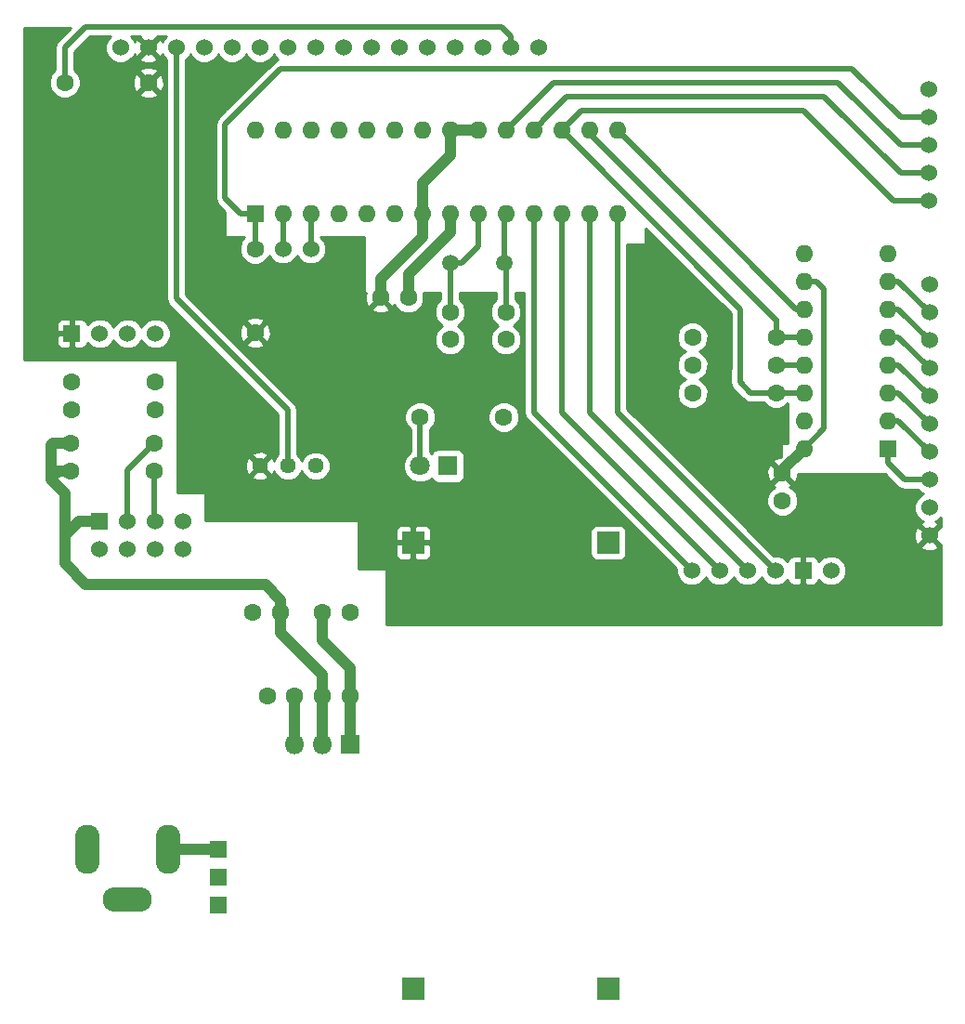
<source format=gbr>
G04 #@! TF.FileFunction,Copper,L1,Top,Signal*
%FSLAX46Y46*%
G04 Gerber Fmt 4.6, Leading zero omitted, Abs format (unit mm)*
G04 Created by KiCad (PCBNEW 4.0.7-e2-6376~58~ubuntu16.04.1) date Mon Oct 15 06:01:05 2018*
%MOMM*%
%LPD*%
G01*
G04 APERTURE LIST*
%ADD10C,0.100000*%
%ADD11R,1.800000X1.800000*%
%ADD12C,1.800000*%
%ADD13R,1.524000X1.524000*%
%ADD14R,1.600000X1.600000*%
%ADD15O,1.600000X1.600000*%
%ADD16C,1.524000*%
%ADD17C,1.500000*%
%ADD18O,1.800000X1.800000*%
%ADD19C,1.600000*%
%ADD20C,1.440000*%
%ADD21O,2.250000X4.500000*%
%ADD22O,4.500000X2.250000*%
%ADD23R,2.000000X2.000000*%
%ADD24C,0.500000*%
%ADD25C,1.000000*%
%ADD26C,0.254000*%
G04 APERTURE END LIST*
D10*
D11*
X131445000Y-86360000D03*
D12*
X128905000Y-86360000D03*
D13*
X110490000Y-121285000D03*
X110490000Y-123825000D03*
X110490000Y-126365000D03*
D14*
X171525040Y-84803046D03*
D15*
X163905040Y-67023046D03*
X171525040Y-82263046D03*
X163905040Y-69563046D03*
X171525040Y-79723046D03*
X163905040Y-72103046D03*
X171525040Y-77183046D03*
X163905040Y-74643046D03*
X171525040Y-74643046D03*
X163905040Y-77183046D03*
X171525040Y-72103046D03*
X163905040Y-79723046D03*
X171525040Y-69563046D03*
X163905040Y-82263046D03*
X171525040Y-67023046D03*
X163905040Y-84803046D03*
D14*
X113866920Y-63410278D03*
D15*
X146886920Y-55790278D03*
X116406920Y-63410278D03*
X144346920Y-55790278D03*
X118946920Y-63410278D03*
X141806920Y-55790278D03*
X121486920Y-63410278D03*
X139266920Y-55790278D03*
X124026920Y-63410278D03*
X136726920Y-55790278D03*
X126566920Y-63410278D03*
X134186920Y-55790278D03*
X129106920Y-63410278D03*
X131646920Y-55790278D03*
X131646920Y-63410278D03*
X129106920Y-55790278D03*
X134186920Y-63410278D03*
X126566920Y-55790278D03*
X136726920Y-63410278D03*
X124026920Y-55790278D03*
X139266920Y-63410278D03*
X121486920Y-55790278D03*
X141806920Y-63410278D03*
X118946920Y-55790278D03*
X144346920Y-63410278D03*
X116406920Y-55790278D03*
X146886920Y-63410278D03*
X113866920Y-55790278D03*
D16*
X175335040Y-82550000D03*
X175335040Y-85090000D03*
X175335040Y-87630000D03*
X175335040Y-90170000D03*
X175335040Y-92710000D03*
X175335040Y-80010000D03*
X175335040Y-77470000D03*
X175335040Y-74930000D03*
X175335040Y-72390000D03*
X175335040Y-69850000D03*
X175260000Y-59690000D03*
X175260000Y-57150000D03*
X175260000Y-62230000D03*
X175260000Y-54610000D03*
X175260000Y-52070000D03*
X116406920Y-66585278D03*
X118946920Y-66585278D03*
X166370000Y-95885000D03*
D13*
X163830000Y-95885000D03*
D16*
X161290000Y-95885000D03*
X158750000Y-95885000D03*
X156210000Y-95885000D03*
X153670000Y-95885000D03*
X102235000Y-74295000D03*
X104775000Y-74295000D03*
X99695000Y-74295000D03*
D13*
X97155000Y-74295000D03*
D16*
X104775000Y-93980000D03*
X107315000Y-93980000D03*
X102235000Y-93980000D03*
X99695000Y-93980000D03*
D13*
X99695000Y-91440000D03*
D16*
X102235000Y-91440000D03*
X104775000Y-91440000D03*
X107315000Y-91440000D03*
X101600000Y-48260000D03*
X104140000Y-48260000D03*
X106680000Y-48260000D03*
X109220000Y-48260000D03*
X111760000Y-48260000D03*
X114300000Y-48260000D03*
X116840000Y-48260000D03*
X119380000Y-48260000D03*
X121920000Y-48260000D03*
X124460000Y-48260000D03*
X127000000Y-48260000D03*
X129540000Y-48260000D03*
X132080000Y-48260000D03*
X134620000Y-48260000D03*
X137160000Y-48260000D03*
X139700000Y-48260000D03*
D17*
X131646920Y-67855278D03*
X136546920Y-67855278D03*
D11*
X122555000Y-111760000D03*
D18*
X120015000Y-111760000D03*
X117475000Y-111760000D03*
D19*
X125296920Y-71030278D03*
X127836920Y-71030278D03*
X117475000Y-107315000D03*
X114975000Y-107315000D03*
X116205000Y-99695000D03*
X113665000Y-99695000D03*
X131646920Y-74840278D03*
X131646920Y-72340278D03*
X136726920Y-74840278D03*
X136726920Y-72340278D03*
X153745040Y-74643046D03*
X161365040Y-74643046D03*
X153745040Y-79723046D03*
X161365040Y-79723046D03*
X161365040Y-77183046D03*
X153745040Y-77183046D03*
X122555000Y-107315000D03*
X122555000Y-99695000D03*
X120015000Y-107315000D03*
X120015000Y-99695000D03*
X113866920Y-74205278D03*
X113866920Y-66585278D03*
X104681920Y-86835278D03*
X97061920Y-86835278D03*
X104681920Y-84295278D03*
X97061920Y-84295278D03*
X96520000Y-51435000D03*
X104140000Y-51435000D03*
X104775000Y-78740000D03*
X97155000Y-78740000D03*
X104775000Y-81280000D03*
X97155000Y-81280000D03*
X136525000Y-81915000D03*
X128905000Y-81915000D03*
D20*
X119380000Y-86360000D03*
X116840000Y-86360000D03*
X114300000Y-86360000D03*
D21*
X98560000Y-121285000D03*
X105910000Y-121285000D03*
D22*
X102235000Y-125840000D03*
D23*
X128270000Y-133985000D03*
X146050000Y-133985000D03*
X128270000Y-93345000D03*
X146050000Y-93345000D03*
D19*
X161925000Y-86995000D03*
X161925000Y-89535000D03*
D24*
X165735000Y-70261636D02*
X165735000Y-82973086D01*
X165735000Y-82973086D02*
X163905040Y-84803046D01*
X163905040Y-69563046D02*
X165036410Y-69563046D01*
X165036410Y-69563046D02*
X165735000Y-70261636D01*
D25*
X161925000Y-86995000D02*
X161925000Y-86783086D01*
X161925000Y-86783086D02*
X163905040Y-84803046D01*
X117475000Y-111760000D02*
X117475000Y-107315000D01*
X131646920Y-55790278D02*
X134186920Y-55790278D01*
X129106920Y-63410278D02*
X129106920Y-60615278D01*
X129106920Y-60615278D02*
X131646920Y-58075278D01*
X131646920Y-58075278D02*
X131646920Y-55790278D01*
X125296920Y-69315278D02*
X129106920Y-65505278D01*
X129106920Y-65505278D02*
X129106920Y-63410278D01*
X125296920Y-71030278D02*
X125296920Y-69315278D01*
X127836920Y-71030278D02*
X127836920Y-68896612D01*
X127836920Y-68896612D02*
X131646920Y-65086612D01*
X131646920Y-65086612D02*
X131646920Y-63410278D01*
D24*
X175335040Y-69563046D02*
X174897278Y-69563046D01*
D25*
X95250000Y-87630000D02*
X95250000Y-86995000D01*
X95250000Y-86995000D02*
X95250000Y-84455000D01*
X97061920Y-86835278D02*
X95930550Y-86835278D01*
X95930550Y-86835278D02*
X95770828Y-86995000D01*
X95770828Y-86995000D02*
X95250000Y-86995000D01*
X95250000Y-84455000D02*
X95409722Y-84295278D01*
X95409722Y-84295278D02*
X97061920Y-84295278D01*
X96520000Y-88900000D02*
X95250000Y-87630000D01*
X96520000Y-92710000D02*
X96520000Y-88900000D01*
X96520000Y-92710000D02*
X97790000Y-91440000D01*
X97790000Y-91440000D02*
X99695000Y-91440000D01*
X96520000Y-95250000D02*
X96520000Y-92710000D01*
X98425000Y-97155000D02*
X96520000Y-95250000D01*
X114796370Y-97155000D02*
X98425000Y-97155000D01*
X116205000Y-99695000D02*
X116205000Y-98563630D01*
X116205000Y-98563630D02*
X114796370Y-97155000D01*
X116205000Y-101600000D02*
X116205000Y-99695000D01*
X120015000Y-105410000D02*
X116205000Y-101600000D01*
X120015000Y-107315000D02*
X120015000Y-105410000D01*
X120015000Y-111760000D02*
X120015000Y-107315000D01*
D24*
X131646920Y-72340278D02*
X131646920Y-67855278D01*
X131646920Y-67855278D02*
X132707580Y-67855278D01*
X132707580Y-67855278D02*
X134186920Y-66375938D01*
X134186920Y-66375938D02*
X134186920Y-64541648D01*
X134186920Y-64541648D02*
X134186920Y-63410278D01*
X136726920Y-72340278D02*
X136726920Y-68035278D01*
X136726920Y-68035278D02*
X136546920Y-67855278D01*
X136546920Y-67855278D02*
X136546920Y-63590278D01*
X136546920Y-63590278D02*
X136726920Y-63410278D01*
X128905000Y-81915000D02*
X128905000Y-86360000D01*
D25*
X105910000Y-121285000D02*
X110490000Y-121285000D01*
D24*
X161365040Y-74643046D02*
X161365040Y-73025000D01*
X144346920Y-55790278D02*
X144346920Y-56081920D01*
X144346920Y-56081920D02*
X161290000Y-73025000D01*
X161290000Y-73025000D02*
X161365040Y-73025000D01*
X161365040Y-74643046D02*
X163905040Y-74643046D01*
X161365040Y-79723046D02*
X159036954Y-79723046D01*
X159036954Y-79723046D02*
X158053908Y-78740000D01*
X158115000Y-77647088D02*
X158115000Y-72098358D01*
X158053908Y-78740000D02*
X158053908Y-77708180D01*
X158053908Y-77708180D02*
X158115000Y-77647088D01*
X158115000Y-72098358D02*
X141806920Y-55790278D01*
X141806920Y-55790278D02*
X143622198Y-53975000D01*
X143622198Y-53975000D02*
X163830000Y-53975000D01*
X163830000Y-53975000D02*
X172085000Y-62230000D01*
X172085000Y-62230000D02*
X175260000Y-62230000D01*
X161365040Y-79723046D02*
X163905040Y-79723046D01*
X161365040Y-77183046D02*
X163905040Y-77183046D01*
D25*
X122555000Y-104775000D02*
X120015000Y-102235000D01*
X120015000Y-102235000D02*
X120015000Y-99695000D01*
X122555000Y-107315000D02*
X122555000Y-104775000D01*
X122555000Y-111760000D02*
X122555000Y-107315000D01*
D24*
X113866920Y-63410278D02*
X112566920Y-63410278D01*
X111125000Y-61968358D02*
X111125000Y-55245000D01*
X112566920Y-63410278D02*
X111125000Y-61968358D01*
X111125000Y-55245000D02*
X116205000Y-50165000D01*
X116205000Y-50165000D02*
X168275000Y-50165000D01*
X168275000Y-50165000D02*
X172720000Y-54610000D01*
X172720000Y-54610000D02*
X175260000Y-54610000D01*
X113866920Y-66585278D02*
X113866920Y-63410278D01*
X104681920Y-86835278D02*
X104681920Y-91346920D01*
X104681920Y-91346920D02*
X104775000Y-91440000D01*
X102235000Y-86742198D02*
X104681920Y-84295278D01*
X102235000Y-91440000D02*
X102235000Y-86742198D01*
X98425000Y-46355000D02*
X96520000Y-48260000D01*
X96520000Y-48260000D02*
X96520000Y-51435000D01*
X136332630Y-46355000D02*
X98425000Y-46355000D01*
X137160000Y-48260000D02*
X137160000Y-47182370D01*
X137160000Y-47182370D02*
X136332630Y-46355000D01*
X165735000Y-52705000D02*
X172720000Y-59690000D01*
X172720000Y-59690000D02*
X175260000Y-59690000D01*
X142240000Y-52705000D02*
X165735000Y-52705000D01*
X140066919Y-54878081D02*
X142240000Y-52705000D01*
X139266920Y-55790278D02*
X140066919Y-54990279D01*
X140066919Y-54990279D02*
X140066919Y-54878081D01*
X116840000Y-81280000D02*
X106680000Y-71120000D01*
X106680000Y-71120000D02*
X106680000Y-48260000D01*
X116840000Y-86360000D02*
X116840000Y-81280000D01*
X171525040Y-84803046D02*
X171525040Y-86103046D01*
X171525040Y-86103046D02*
X173051994Y-87630000D01*
X173051994Y-87630000D02*
X174257410Y-87630000D01*
X174257410Y-87630000D02*
X175335040Y-87630000D01*
X172019042Y-84803046D02*
X171525040Y-84803046D01*
X171525040Y-82263046D02*
X172508086Y-82263046D01*
X172508086Y-82263046D02*
X175335040Y-85090000D01*
X172019042Y-82263046D02*
X171525040Y-82263046D01*
X174897278Y-84803046D02*
X175335040Y-84803046D01*
X171525040Y-79723046D02*
X172508086Y-79723046D01*
X172508086Y-79723046D02*
X175335040Y-82550000D01*
X172019042Y-79723046D02*
X171525040Y-79723046D01*
X146886920Y-55790278D02*
X163199688Y-72103046D01*
X163199688Y-72103046D02*
X163905040Y-72103046D01*
X171525040Y-77183046D02*
X172508086Y-77183046D01*
X172508086Y-77183046D02*
X175335040Y-80010000D01*
X171525040Y-74643046D02*
X172508086Y-74643046D01*
X172508086Y-74643046D02*
X175335040Y-77470000D01*
X172019042Y-74643046D02*
X171525040Y-74643046D01*
X171525040Y-72103046D02*
X172508086Y-72103046D01*
X172508086Y-72103046D02*
X175335040Y-74930000D01*
X175335040Y-74643046D02*
X174897278Y-74643046D01*
X171525040Y-69563046D02*
X172508086Y-69563046D01*
X172508086Y-69563046D02*
X175335040Y-72390000D01*
X172019042Y-69563046D02*
X171525040Y-69563046D01*
X113866920Y-55790278D02*
X113866920Y-55296276D01*
X116406920Y-66585278D02*
X116406920Y-63410278D01*
X116406920Y-55790278D02*
X116406920Y-55376706D01*
X118946920Y-66585278D02*
X118946920Y-63410278D01*
X172720000Y-57150000D02*
X175260000Y-57150000D01*
X167005000Y-51435000D02*
X172720000Y-57150000D01*
X141082198Y-51435000D02*
X167005000Y-51435000D01*
X136726920Y-55790278D02*
X141082198Y-51435000D01*
X139266920Y-63410278D02*
X139266920Y-81481920D01*
X139266920Y-81481920D02*
X153670000Y-95885000D01*
X139266920Y-63904280D02*
X139266920Y-63410278D01*
X141806920Y-63410278D02*
X141806920Y-81481920D01*
X141806920Y-81481920D02*
X156210000Y-95885000D01*
X144346920Y-63410278D02*
X144346920Y-81481920D01*
X144346920Y-81481920D02*
X158750000Y-95885000D01*
X146886920Y-63410278D02*
X146886920Y-81481920D01*
X146886920Y-81481920D02*
X161290000Y-95885000D01*
D26*
G36*
X95899867Y-47639867D02*
X95709758Y-47924387D01*
X95643000Y-48260000D01*
X95643000Y-50294146D01*
X95310953Y-50625614D01*
X95093248Y-51149907D01*
X95092752Y-51717603D01*
X95309543Y-52242275D01*
X95710614Y-52644047D01*
X96234907Y-52861752D01*
X96802603Y-52862248D01*
X97327275Y-52645457D01*
X97537282Y-52435816D01*
X103313133Y-52435816D01*
X103387368Y-52680169D01*
X103921164Y-52873406D01*
X104488276Y-52847659D01*
X104892632Y-52680169D01*
X104966867Y-52435816D01*
X104140000Y-51608948D01*
X103313133Y-52435816D01*
X97537282Y-52435816D01*
X97729047Y-52244386D01*
X97946752Y-51720093D01*
X97947192Y-51216164D01*
X102701594Y-51216164D01*
X102727341Y-51783276D01*
X102894831Y-52187632D01*
X103139184Y-52261867D01*
X103966052Y-51435000D01*
X104313948Y-51435000D01*
X105140816Y-52261867D01*
X105385169Y-52187632D01*
X105578406Y-51653836D01*
X105552659Y-51086724D01*
X105385169Y-50682368D01*
X105140816Y-50608133D01*
X104313948Y-51435000D01*
X103966052Y-51435000D01*
X103139184Y-50608133D01*
X102894831Y-50682368D01*
X102701594Y-51216164D01*
X97947192Y-51216164D01*
X97947248Y-51152397D01*
X97730457Y-50627725D01*
X97537254Y-50434184D01*
X103313133Y-50434184D01*
X104140000Y-51261052D01*
X104966867Y-50434184D01*
X104892632Y-50189831D01*
X104358836Y-49996594D01*
X103791724Y-50022341D01*
X103387368Y-50189831D01*
X103313133Y-50434184D01*
X97537254Y-50434184D01*
X97397000Y-50293685D01*
X97397000Y-48623266D01*
X98788266Y-47232000D01*
X100663737Y-47232000D01*
X100423150Y-47472167D01*
X100211242Y-47982499D01*
X100210760Y-48535077D01*
X100421777Y-49045777D01*
X100812167Y-49436850D01*
X101322499Y-49648758D01*
X101875077Y-49649240D01*
X102385777Y-49438223D01*
X102591067Y-49233291D01*
X103340658Y-49233291D01*
X103410225Y-49473708D01*
X103930242Y-49660593D01*
X104482193Y-49634251D01*
X104869775Y-49473708D01*
X104939342Y-49233291D01*
X104140000Y-48433948D01*
X103340658Y-49233291D01*
X102591067Y-49233291D01*
X102776850Y-49047833D01*
X102863702Y-48838670D01*
X102926292Y-48989775D01*
X103166709Y-49059342D01*
X103966052Y-48260000D01*
X103166709Y-47460658D01*
X102926292Y-47530225D01*
X102868178Y-47691930D01*
X102778223Y-47474223D01*
X102536423Y-47232000D01*
X103356489Y-47232000D01*
X103340658Y-47286709D01*
X104140000Y-48086052D01*
X104939342Y-47286709D01*
X104923511Y-47232000D01*
X105743737Y-47232000D01*
X105503150Y-47472167D01*
X105416298Y-47681330D01*
X105353708Y-47530225D01*
X105113291Y-47460658D01*
X104313948Y-48260000D01*
X105113291Y-49059342D01*
X105353708Y-48989775D01*
X105411822Y-48828070D01*
X105501777Y-49045777D01*
X105803000Y-49347527D01*
X105803000Y-71120000D01*
X105869758Y-71455613D01*
X106059867Y-71740133D01*
X115963000Y-81643266D01*
X115963000Y-85332186D01*
X115698735Y-85595990D01*
X115576357Y-85890710D01*
X115478928Y-85655495D01*
X115242860Y-85591089D01*
X114473948Y-86360000D01*
X115242860Y-87128911D01*
X115478928Y-87064505D01*
X115569088Y-86811471D01*
X115697403Y-87122017D01*
X116075990Y-87501265D01*
X116570890Y-87706765D01*
X117106759Y-87707233D01*
X117602017Y-87502597D01*
X117981265Y-87124010D01*
X118110063Y-86813830D01*
X118237403Y-87122017D01*
X118615990Y-87501265D01*
X119110890Y-87706765D01*
X119646759Y-87707233D01*
X120142017Y-87502597D01*
X120521265Y-87124010D01*
X120712938Y-86662407D01*
X127377735Y-86662407D01*
X127609717Y-87223846D01*
X128038894Y-87653773D01*
X128599928Y-87886735D01*
X129207407Y-87887265D01*
X129768846Y-87655283D01*
X129946689Y-87477750D01*
X129949437Y-87492352D01*
X130086757Y-87705753D01*
X130296283Y-87848917D01*
X130545000Y-87899283D01*
X132345000Y-87899283D01*
X132577352Y-87855563D01*
X132790753Y-87718243D01*
X132933917Y-87508717D01*
X132984283Y-87260000D01*
X132984283Y-85460000D01*
X132940563Y-85227648D01*
X132803243Y-85014247D01*
X132593717Y-84871083D01*
X132345000Y-84820717D01*
X130545000Y-84820717D01*
X130312648Y-84864437D01*
X130099247Y-85001757D01*
X129956083Y-85211283D01*
X129949308Y-85244740D01*
X129782000Y-85077140D01*
X129782000Y-83055854D01*
X130114047Y-82724386D01*
X130331752Y-82200093D01*
X130331754Y-82197603D01*
X135097752Y-82197603D01*
X135314543Y-82722275D01*
X135715614Y-83124047D01*
X136239907Y-83341752D01*
X136807603Y-83342248D01*
X137332275Y-83125457D01*
X137734047Y-82724386D01*
X137951752Y-82200093D01*
X137952248Y-81632397D01*
X137735457Y-81107725D01*
X137334386Y-80705953D01*
X136810093Y-80488248D01*
X136242397Y-80487752D01*
X135717725Y-80704543D01*
X135315953Y-81105614D01*
X135098248Y-81629907D01*
X135097752Y-82197603D01*
X130331754Y-82197603D01*
X130332248Y-81632397D01*
X130115457Y-81107725D01*
X129714386Y-80705953D01*
X129190093Y-80488248D01*
X128622397Y-80487752D01*
X128097725Y-80704543D01*
X127695953Y-81105614D01*
X127478248Y-81629907D01*
X127477752Y-82197603D01*
X127694543Y-82722275D01*
X128028000Y-83056315D01*
X128028000Y-85077848D01*
X127611227Y-85493894D01*
X127378265Y-86054928D01*
X127377735Y-86662407D01*
X120712938Y-86662407D01*
X120726765Y-86629110D01*
X120727233Y-86093241D01*
X120522597Y-85597983D01*
X120144010Y-85218735D01*
X119649110Y-85013235D01*
X119113241Y-85012767D01*
X118617983Y-85217403D01*
X118238735Y-85595990D01*
X118109937Y-85906170D01*
X117982597Y-85597983D01*
X117717000Y-85331922D01*
X117717000Y-81280005D01*
X117717001Y-81280000D01*
X117650242Y-80944387D01*
X117460133Y-80659867D01*
X112006360Y-75206094D01*
X113040053Y-75206094D01*
X113114288Y-75450447D01*
X113648084Y-75643684D01*
X114215196Y-75617937D01*
X114619552Y-75450447D01*
X114693787Y-75206094D01*
X113866920Y-74379226D01*
X113040053Y-75206094D01*
X112006360Y-75206094D01*
X110786708Y-73986442D01*
X112428514Y-73986442D01*
X112454261Y-74553554D01*
X112621751Y-74957910D01*
X112866104Y-75032145D01*
X113692972Y-74205278D01*
X114040868Y-74205278D01*
X114867736Y-75032145D01*
X115112089Y-74957910D01*
X115305326Y-74424114D01*
X115279579Y-73857002D01*
X115112089Y-73452646D01*
X114867736Y-73378411D01*
X114040868Y-74205278D01*
X113692972Y-74205278D01*
X112866104Y-73378411D01*
X112621751Y-73452646D01*
X112428514Y-73986442D01*
X110786708Y-73986442D01*
X110004728Y-73204462D01*
X113040053Y-73204462D01*
X113866920Y-74031330D01*
X114693787Y-73204462D01*
X114619552Y-72960109D01*
X114085756Y-72766872D01*
X113518644Y-72792619D01*
X113114288Y-72960109D01*
X113040053Y-73204462D01*
X110004728Y-73204462D01*
X108831360Y-72031094D01*
X124470053Y-72031094D01*
X124544288Y-72275447D01*
X125078084Y-72468684D01*
X125645196Y-72442937D01*
X126049552Y-72275447D01*
X126123787Y-72031094D01*
X125296920Y-71204226D01*
X124470053Y-72031094D01*
X108831360Y-72031094D01*
X107557000Y-70756734D01*
X107557000Y-49347159D01*
X107856850Y-49047833D01*
X107949967Y-48823581D01*
X108041777Y-49045777D01*
X108432167Y-49436850D01*
X108942499Y-49648758D01*
X109495077Y-49649240D01*
X110005777Y-49438223D01*
X110396850Y-49047833D01*
X110489967Y-48823581D01*
X110581777Y-49045777D01*
X110972167Y-49436850D01*
X111482499Y-49648758D01*
X112035077Y-49649240D01*
X112545777Y-49438223D01*
X112936850Y-49047833D01*
X113029967Y-48823581D01*
X113121777Y-49045777D01*
X113512167Y-49436850D01*
X114022499Y-49648758D01*
X114575077Y-49649240D01*
X115085777Y-49438223D01*
X115476850Y-49047833D01*
X115569967Y-48823581D01*
X115661777Y-49045777D01*
X115953513Y-49338024D01*
X115869387Y-49354758D01*
X115584867Y-49544867D01*
X111301456Y-53828278D01*
X111246920Y-53828278D01*
X111200761Y-53836963D01*
X111158367Y-53864243D01*
X111129926Y-53905868D01*
X111119920Y-53955278D01*
X111119920Y-54009814D01*
X110504867Y-54624867D01*
X110314758Y-54909387D01*
X110248000Y-55245000D01*
X110248000Y-61968358D01*
X110314758Y-62303971D01*
X110504867Y-62588491D01*
X111119920Y-63203544D01*
X111119920Y-65385278D01*
X111128605Y-65431437D01*
X111155885Y-65473831D01*
X111197510Y-65502272D01*
X111246920Y-65512278D01*
X112921948Y-65512278D01*
X112657873Y-65775892D01*
X112440168Y-66300185D01*
X112439672Y-66867881D01*
X112656463Y-67392553D01*
X113057534Y-67794325D01*
X113581827Y-68012030D01*
X114149523Y-68012526D01*
X114674195Y-67795735D01*
X115075967Y-67394664D01*
X115157410Y-67198527D01*
X115228697Y-67371055D01*
X115619087Y-67762128D01*
X116129419Y-67974036D01*
X116681997Y-67974518D01*
X117192697Y-67763501D01*
X117583770Y-67373111D01*
X117676887Y-67148859D01*
X117768697Y-67371055D01*
X118159087Y-67762128D01*
X118669419Y-67974036D01*
X119221997Y-67974518D01*
X119732697Y-67763501D01*
X120123770Y-67373111D01*
X120335678Y-66862779D01*
X120336160Y-66310201D01*
X120125143Y-65799501D01*
X119838422Y-65512278D01*
X123819920Y-65512278D01*
X123819920Y-70465278D01*
X123828605Y-70511437D01*
X123855885Y-70553831D01*
X123897510Y-70582272D01*
X123938472Y-70590567D01*
X123858514Y-70811442D01*
X123884261Y-71378554D01*
X124051751Y-71782910D01*
X124296104Y-71857145D01*
X125122972Y-71030278D01*
X125108829Y-71016136D01*
X125282778Y-70842188D01*
X125296920Y-70856330D01*
X125311063Y-70842188D01*
X125485011Y-71016136D01*
X125470868Y-71030278D01*
X126297736Y-71857145D01*
X126542089Y-71782910D01*
X126570947Y-71703194D01*
X126626463Y-71837553D01*
X127027534Y-72239325D01*
X127551827Y-72457030D01*
X128119523Y-72457526D01*
X128644195Y-72240735D01*
X129045967Y-71839664D01*
X129263672Y-71315371D01*
X129264168Y-70747675D01*
X129199959Y-70592278D01*
X130769920Y-70592278D01*
X130769920Y-71199424D01*
X130437873Y-71530892D01*
X130220168Y-72055185D01*
X130219672Y-72622881D01*
X130436463Y-73147553D01*
X130837534Y-73549325D01*
X130935754Y-73590109D01*
X130839645Y-73629821D01*
X130437873Y-74030892D01*
X130220168Y-74555185D01*
X130219672Y-75122881D01*
X130436463Y-75647553D01*
X130837534Y-76049325D01*
X131361827Y-76267030D01*
X131929523Y-76267526D01*
X132454195Y-76050735D01*
X132855967Y-75649664D01*
X133073672Y-75125371D01*
X133074168Y-74557675D01*
X132857377Y-74033003D01*
X132456306Y-73631231D01*
X132358086Y-73590447D01*
X132454195Y-73550735D01*
X132855967Y-73149664D01*
X133073672Y-72625371D01*
X133074168Y-72057675D01*
X132857377Y-71533003D01*
X132523920Y-71198963D01*
X132523920Y-70592278D01*
X135849920Y-70592278D01*
X135849920Y-71199424D01*
X135517873Y-71530892D01*
X135300168Y-72055185D01*
X135299672Y-72622881D01*
X135516463Y-73147553D01*
X135917534Y-73549325D01*
X136015754Y-73590109D01*
X135919645Y-73629821D01*
X135517873Y-74030892D01*
X135300168Y-74555185D01*
X135299672Y-75122881D01*
X135516463Y-75647553D01*
X135917534Y-76049325D01*
X136441827Y-76267030D01*
X137009523Y-76267526D01*
X137534195Y-76050735D01*
X137935967Y-75649664D01*
X138153672Y-75125371D01*
X138154168Y-74557675D01*
X137937377Y-74033003D01*
X137536306Y-73631231D01*
X137438086Y-73590447D01*
X137534195Y-73550735D01*
X137935967Y-73149664D01*
X138153672Y-72625371D01*
X138154168Y-72057675D01*
X137937377Y-71533003D01*
X137603920Y-71198963D01*
X137603920Y-70592278D01*
X138389920Y-70592278D01*
X138389920Y-81481920D01*
X138456678Y-81817533D01*
X138646787Y-82102053D01*
X152281130Y-95736396D01*
X152280760Y-96160077D01*
X152491777Y-96670777D01*
X152882167Y-97061850D01*
X153392499Y-97273758D01*
X153945077Y-97274240D01*
X154455777Y-97063223D01*
X154846850Y-96672833D01*
X154939967Y-96448581D01*
X155031777Y-96670777D01*
X155422167Y-97061850D01*
X155932499Y-97273758D01*
X156485077Y-97274240D01*
X156995777Y-97063223D01*
X157386850Y-96672833D01*
X157479967Y-96448581D01*
X157571777Y-96670777D01*
X157962167Y-97061850D01*
X158472499Y-97273758D01*
X159025077Y-97274240D01*
X159535777Y-97063223D01*
X159926850Y-96672833D01*
X160019967Y-96448581D01*
X160111777Y-96670777D01*
X160502167Y-97061850D01*
X161012499Y-97273758D01*
X161565077Y-97274240D01*
X162075777Y-97063223D01*
X162441000Y-96698638D01*
X162441000Y-96771718D01*
X162536455Y-97002167D01*
X162712833Y-97178545D01*
X162943282Y-97274000D01*
X163550250Y-97274000D01*
X163707000Y-97117250D01*
X163707000Y-96008000D01*
X163687000Y-96008000D01*
X163687000Y-95762000D01*
X163707000Y-95762000D01*
X163707000Y-94652750D01*
X163953000Y-94652750D01*
X163953000Y-95762000D01*
X163973000Y-95762000D01*
X163973000Y-96008000D01*
X163953000Y-96008000D01*
X163953000Y-97117250D01*
X164109750Y-97274000D01*
X164716718Y-97274000D01*
X164947167Y-97178545D01*
X165123545Y-97002167D01*
X165219000Y-96771718D01*
X165219000Y-96698048D01*
X165582167Y-97061850D01*
X166092499Y-97273758D01*
X166645077Y-97274240D01*
X167155777Y-97063223D01*
X167546850Y-96672833D01*
X167758758Y-96162501D01*
X167759240Y-95609923D01*
X167548223Y-95099223D01*
X167157833Y-94708150D01*
X166647501Y-94496242D01*
X166094923Y-94495760D01*
X165584223Y-94706777D01*
X165219000Y-95071362D01*
X165219000Y-94998282D01*
X165123545Y-94767833D01*
X164947167Y-94591455D01*
X164716718Y-94496000D01*
X164109750Y-94496000D01*
X163953000Y-94652750D01*
X163707000Y-94652750D01*
X163550250Y-94496000D01*
X162943282Y-94496000D01*
X162712833Y-94591455D01*
X162536455Y-94767833D01*
X162441000Y-94998282D01*
X162441000Y-95071952D01*
X162077833Y-94708150D01*
X161567501Y-94496242D01*
X161141136Y-94495870D01*
X160328557Y-93683291D01*
X174535698Y-93683291D01*
X174605265Y-93923708D01*
X175125282Y-94110593D01*
X175677233Y-94084251D01*
X176064815Y-93923708D01*
X176134382Y-93683291D01*
X175335040Y-92883948D01*
X174535698Y-93683291D01*
X160328557Y-93683291D01*
X159145508Y-92500242D01*
X173934447Y-92500242D01*
X173960789Y-93052193D01*
X174121332Y-93439775D01*
X174361749Y-93509342D01*
X175161092Y-92710000D01*
X174361749Y-91910658D01*
X174121332Y-91980225D01*
X173934447Y-92500242D01*
X159145508Y-92500242D01*
X156462869Y-89817603D01*
X160497752Y-89817603D01*
X160714543Y-90342275D01*
X161115614Y-90744047D01*
X161639907Y-90961752D01*
X162207603Y-90962248D01*
X162732275Y-90745457D01*
X163134047Y-90344386D01*
X163351752Y-89820093D01*
X163352248Y-89252397D01*
X163135457Y-88727725D01*
X162734386Y-88325953D01*
X162602621Y-88271240D01*
X162677632Y-88240169D01*
X162751867Y-87995816D01*
X161925000Y-87168948D01*
X161098133Y-87995816D01*
X161172368Y-88240169D01*
X161252084Y-88269027D01*
X161117725Y-88324543D01*
X160715953Y-88725614D01*
X160498248Y-89249907D01*
X160497752Y-89817603D01*
X156462869Y-89817603D01*
X153421430Y-86776164D01*
X160486594Y-86776164D01*
X160512341Y-87343276D01*
X160679831Y-87747632D01*
X160924184Y-87821867D01*
X161751052Y-86995000D01*
X160924184Y-86168133D01*
X160679831Y-86242368D01*
X160486594Y-86776164D01*
X153421430Y-86776164D01*
X147763920Y-81118654D01*
X147763920Y-74925649D01*
X152317792Y-74925649D01*
X152534583Y-75450321D01*
X152935654Y-75852093D01*
X153082158Y-75912927D01*
X152937765Y-75972589D01*
X152535993Y-76373660D01*
X152318288Y-76897953D01*
X152317792Y-77465649D01*
X152534583Y-77990321D01*
X152935654Y-78392093D01*
X153082158Y-78452927D01*
X152937765Y-78512589D01*
X152535993Y-78913660D01*
X152318288Y-79437953D01*
X152317792Y-80005649D01*
X152534583Y-80530321D01*
X152935654Y-80932093D01*
X153459947Y-81149798D01*
X154027643Y-81150294D01*
X154552315Y-80933503D01*
X154954087Y-80532432D01*
X155171792Y-80008139D01*
X155172288Y-79440443D01*
X154955497Y-78915771D01*
X154554426Y-78513999D01*
X154407922Y-78453165D01*
X154552315Y-78393503D01*
X154954087Y-77992432D01*
X155171792Y-77468139D01*
X155172288Y-76900443D01*
X154955497Y-76375771D01*
X154554426Y-75973999D01*
X154407922Y-75913165D01*
X154552315Y-75853503D01*
X154954087Y-75452432D01*
X155171792Y-74928139D01*
X155172288Y-74360443D01*
X154955497Y-73835771D01*
X154554426Y-73433999D01*
X154030133Y-73216294D01*
X153462437Y-73215798D01*
X152937765Y-73432589D01*
X152535993Y-73833660D01*
X152318288Y-74357953D01*
X152317792Y-74925649D01*
X147763920Y-74925649D01*
X147763920Y-66147278D01*
X149346920Y-66147278D01*
X149393079Y-66138593D01*
X149435473Y-66111313D01*
X149463914Y-66069688D01*
X149473920Y-66020278D01*
X149473920Y-64697544D01*
X157238000Y-72461624D01*
X157238000Y-77401052D01*
X157176908Y-77708180D01*
X157176908Y-78740000D01*
X157243666Y-79075613D01*
X157433775Y-79360133D01*
X158416821Y-80343179D01*
X158701341Y-80533288D01*
X159036954Y-80600047D01*
X159036959Y-80600046D01*
X160224186Y-80600046D01*
X160555654Y-80932093D01*
X161079947Y-81149798D01*
X161647643Y-81150294D01*
X162172315Y-80933503D01*
X162433000Y-80673273D01*
X162433000Y-84328000D01*
X161925000Y-84328000D01*
X161878841Y-84336685D01*
X161836447Y-84363965D01*
X161808006Y-84405590D01*
X161798000Y-84455000D01*
X161798000Y-85572295D01*
X161576724Y-85582341D01*
X161172368Y-85749831D01*
X161098133Y-85994184D01*
X161798000Y-86694052D01*
X161798000Y-86995000D01*
X161806685Y-87041159D01*
X161833965Y-87083553D01*
X161875590Y-87111994D01*
X161925000Y-87122000D01*
X162225948Y-87122000D01*
X162925816Y-87821867D01*
X163170169Y-87747632D01*
X163363406Y-87213836D01*
X163359237Y-87122000D01*
X171303728Y-87122000D01*
X172431861Y-88250133D01*
X172716381Y-88440242D01*
X173051994Y-88507000D01*
X174247881Y-88507000D01*
X174547207Y-88806850D01*
X174771459Y-88899967D01*
X174549263Y-88991777D01*
X174158190Y-89382167D01*
X173946282Y-89892499D01*
X173945800Y-90445077D01*
X174156817Y-90955777D01*
X174547207Y-91346850D01*
X174756370Y-91433702D01*
X174605265Y-91496292D01*
X174535698Y-91736709D01*
X175335040Y-92536052D01*
X176134382Y-91736709D01*
X176064815Y-91496292D01*
X175903110Y-91438178D01*
X176120817Y-91348223D01*
X176403000Y-91066533D01*
X176403000Y-91938051D01*
X176308331Y-91910658D01*
X175508988Y-92710000D01*
X176308331Y-93509342D01*
X176403000Y-93481949D01*
X176403000Y-100838000D01*
X125857000Y-100838000D01*
X125857000Y-95885000D01*
X125846994Y-95835590D01*
X125818553Y-95793965D01*
X125776159Y-95766685D01*
X125730000Y-95758000D01*
X123317000Y-95758000D01*
X123317000Y-93624750D01*
X126643000Y-93624750D01*
X126643000Y-94469718D01*
X126738455Y-94700167D01*
X126914833Y-94876545D01*
X127145282Y-94972000D01*
X127990250Y-94972000D01*
X128147000Y-94815250D01*
X128147000Y-93468000D01*
X128393000Y-93468000D01*
X128393000Y-94815250D01*
X128549750Y-94972000D01*
X129394718Y-94972000D01*
X129625167Y-94876545D01*
X129801545Y-94700167D01*
X129897000Y-94469718D01*
X129897000Y-93624750D01*
X129740250Y-93468000D01*
X128393000Y-93468000D01*
X128147000Y-93468000D01*
X126799750Y-93468000D01*
X126643000Y-93624750D01*
X123317000Y-93624750D01*
X123317000Y-92220282D01*
X126643000Y-92220282D01*
X126643000Y-93065250D01*
X126799750Y-93222000D01*
X128147000Y-93222000D01*
X128147000Y-91874750D01*
X128393000Y-91874750D01*
X128393000Y-93222000D01*
X129740250Y-93222000D01*
X129897000Y-93065250D01*
X129897000Y-92345000D01*
X144410717Y-92345000D01*
X144410717Y-94345000D01*
X144454437Y-94577352D01*
X144591757Y-94790753D01*
X144801283Y-94933917D01*
X145050000Y-94984283D01*
X147050000Y-94984283D01*
X147282352Y-94940563D01*
X147495753Y-94803243D01*
X147638917Y-94593717D01*
X147689283Y-94345000D01*
X147689283Y-92345000D01*
X147645563Y-92112648D01*
X147508243Y-91899247D01*
X147298717Y-91756083D01*
X147050000Y-91705717D01*
X145050000Y-91705717D01*
X144817648Y-91749437D01*
X144604247Y-91886757D01*
X144461083Y-92096283D01*
X144410717Y-92345000D01*
X129897000Y-92345000D01*
X129897000Y-92220282D01*
X129801545Y-91989833D01*
X129625167Y-91813455D01*
X129394718Y-91718000D01*
X128549750Y-91718000D01*
X128393000Y-91874750D01*
X128147000Y-91874750D01*
X127990250Y-91718000D01*
X127145282Y-91718000D01*
X126914833Y-91813455D01*
X126738455Y-91989833D01*
X126643000Y-92220282D01*
X123317000Y-92220282D01*
X123317000Y-91440000D01*
X123306994Y-91390590D01*
X123278553Y-91348965D01*
X123236159Y-91321685D01*
X123190000Y-91313000D01*
X109347000Y-91313000D01*
X109347000Y-88900000D01*
X109336994Y-88850590D01*
X109308553Y-88808965D01*
X109266159Y-88781685D01*
X109220000Y-88773000D01*
X106807000Y-88773000D01*
X106807000Y-87302860D01*
X113531089Y-87302860D01*
X113595495Y-87538928D01*
X114100278Y-87718790D01*
X114635468Y-87691788D01*
X115004505Y-87538928D01*
X115068911Y-87302860D01*
X114300000Y-86533948D01*
X113531089Y-87302860D01*
X106807000Y-87302860D01*
X106807000Y-86160278D01*
X112941210Y-86160278D01*
X112968212Y-86695468D01*
X113121072Y-87064505D01*
X113357140Y-87128911D01*
X114126052Y-86360000D01*
X113357140Y-85591089D01*
X113121072Y-85655495D01*
X112941210Y-86160278D01*
X106807000Y-86160278D01*
X106807000Y-85417140D01*
X113531089Y-85417140D01*
X114300000Y-86186052D01*
X115068911Y-85417140D01*
X115004505Y-85181072D01*
X114499722Y-85001210D01*
X113964532Y-85028212D01*
X113595495Y-85181072D01*
X113531089Y-85417140D01*
X106807000Y-85417140D01*
X106807000Y-76835000D01*
X106796994Y-76785590D01*
X106768553Y-76743965D01*
X106726159Y-76716685D01*
X106680000Y-76708000D01*
X92837000Y-76708000D01*
X92837000Y-74574750D01*
X95766000Y-74574750D01*
X95766000Y-75181718D01*
X95861455Y-75412167D01*
X96037833Y-75588545D01*
X96268282Y-75684000D01*
X96875250Y-75684000D01*
X97032000Y-75527250D01*
X97032000Y-74418000D01*
X95922750Y-74418000D01*
X95766000Y-74574750D01*
X92837000Y-74574750D01*
X92837000Y-73408282D01*
X95766000Y-73408282D01*
X95766000Y-74015250D01*
X95922750Y-74172000D01*
X97032000Y-74172000D01*
X97032000Y-73062750D01*
X97278000Y-73062750D01*
X97278000Y-74172000D01*
X97298000Y-74172000D01*
X97298000Y-74418000D01*
X97278000Y-74418000D01*
X97278000Y-75527250D01*
X97434750Y-75684000D01*
X98041718Y-75684000D01*
X98272167Y-75588545D01*
X98448545Y-75412167D01*
X98544000Y-75181718D01*
X98544000Y-75108048D01*
X98907167Y-75471850D01*
X99417499Y-75683758D01*
X99970077Y-75684240D01*
X100480777Y-75473223D01*
X100871850Y-75082833D01*
X100964967Y-74858581D01*
X101056777Y-75080777D01*
X101447167Y-75471850D01*
X101957499Y-75683758D01*
X102510077Y-75684240D01*
X103020777Y-75473223D01*
X103411850Y-75082833D01*
X103504967Y-74858581D01*
X103596777Y-75080777D01*
X103987167Y-75471850D01*
X104497499Y-75683758D01*
X105050077Y-75684240D01*
X105560777Y-75473223D01*
X105951850Y-75082833D01*
X106163758Y-74572501D01*
X106164240Y-74019923D01*
X105953223Y-73509223D01*
X105562833Y-73118150D01*
X105052501Y-72906242D01*
X104499923Y-72905760D01*
X103989223Y-73116777D01*
X103598150Y-73507167D01*
X103505033Y-73731419D01*
X103413223Y-73509223D01*
X103022833Y-73118150D01*
X102512501Y-72906242D01*
X101959923Y-72905760D01*
X101449223Y-73116777D01*
X101058150Y-73507167D01*
X100965033Y-73731419D01*
X100873223Y-73509223D01*
X100482833Y-73118150D01*
X99972501Y-72906242D01*
X99419923Y-72905760D01*
X98909223Y-73116777D01*
X98544000Y-73481362D01*
X98544000Y-73408282D01*
X98448545Y-73177833D01*
X98272167Y-73001455D01*
X98041718Y-72906000D01*
X97434750Y-72906000D01*
X97278000Y-73062750D01*
X97032000Y-73062750D01*
X96875250Y-72906000D01*
X96268282Y-72906000D01*
X96037833Y-73001455D01*
X95861455Y-73177833D01*
X95766000Y-73408282D01*
X92837000Y-73408282D01*
X92837000Y-46482000D01*
X97057734Y-46482000D01*
X95899867Y-47639867D01*
X95899867Y-47639867D01*
G37*
X95899867Y-47639867D02*
X95709758Y-47924387D01*
X95643000Y-48260000D01*
X95643000Y-50294146D01*
X95310953Y-50625614D01*
X95093248Y-51149907D01*
X95092752Y-51717603D01*
X95309543Y-52242275D01*
X95710614Y-52644047D01*
X96234907Y-52861752D01*
X96802603Y-52862248D01*
X97327275Y-52645457D01*
X97537282Y-52435816D01*
X103313133Y-52435816D01*
X103387368Y-52680169D01*
X103921164Y-52873406D01*
X104488276Y-52847659D01*
X104892632Y-52680169D01*
X104966867Y-52435816D01*
X104140000Y-51608948D01*
X103313133Y-52435816D01*
X97537282Y-52435816D01*
X97729047Y-52244386D01*
X97946752Y-51720093D01*
X97947192Y-51216164D01*
X102701594Y-51216164D01*
X102727341Y-51783276D01*
X102894831Y-52187632D01*
X103139184Y-52261867D01*
X103966052Y-51435000D01*
X104313948Y-51435000D01*
X105140816Y-52261867D01*
X105385169Y-52187632D01*
X105578406Y-51653836D01*
X105552659Y-51086724D01*
X105385169Y-50682368D01*
X105140816Y-50608133D01*
X104313948Y-51435000D01*
X103966052Y-51435000D01*
X103139184Y-50608133D01*
X102894831Y-50682368D01*
X102701594Y-51216164D01*
X97947192Y-51216164D01*
X97947248Y-51152397D01*
X97730457Y-50627725D01*
X97537254Y-50434184D01*
X103313133Y-50434184D01*
X104140000Y-51261052D01*
X104966867Y-50434184D01*
X104892632Y-50189831D01*
X104358836Y-49996594D01*
X103791724Y-50022341D01*
X103387368Y-50189831D01*
X103313133Y-50434184D01*
X97537254Y-50434184D01*
X97397000Y-50293685D01*
X97397000Y-48623266D01*
X98788266Y-47232000D01*
X100663737Y-47232000D01*
X100423150Y-47472167D01*
X100211242Y-47982499D01*
X100210760Y-48535077D01*
X100421777Y-49045777D01*
X100812167Y-49436850D01*
X101322499Y-49648758D01*
X101875077Y-49649240D01*
X102385777Y-49438223D01*
X102591067Y-49233291D01*
X103340658Y-49233291D01*
X103410225Y-49473708D01*
X103930242Y-49660593D01*
X104482193Y-49634251D01*
X104869775Y-49473708D01*
X104939342Y-49233291D01*
X104140000Y-48433948D01*
X103340658Y-49233291D01*
X102591067Y-49233291D01*
X102776850Y-49047833D01*
X102863702Y-48838670D01*
X102926292Y-48989775D01*
X103166709Y-49059342D01*
X103966052Y-48260000D01*
X103166709Y-47460658D01*
X102926292Y-47530225D01*
X102868178Y-47691930D01*
X102778223Y-47474223D01*
X102536423Y-47232000D01*
X103356489Y-47232000D01*
X103340658Y-47286709D01*
X104140000Y-48086052D01*
X104939342Y-47286709D01*
X104923511Y-47232000D01*
X105743737Y-47232000D01*
X105503150Y-47472167D01*
X105416298Y-47681330D01*
X105353708Y-47530225D01*
X105113291Y-47460658D01*
X104313948Y-48260000D01*
X105113291Y-49059342D01*
X105353708Y-48989775D01*
X105411822Y-48828070D01*
X105501777Y-49045777D01*
X105803000Y-49347527D01*
X105803000Y-71120000D01*
X105869758Y-71455613D01*
X106059867Y-71740133D01*
X115963000Y-81643266D01*
X115963000Y-85332186D01*
X115698735Y-85595990D01*
X115576357Y-85890710D01*
X115478928Y-85655495D01*
X115242860Y-85591089D01*
X114473948Y-86360000D01*
X115242860Y-87128911D01*
X115478928Y-87064505D01*
X115569088Y-86811471D01*
X115697403Y-87122017D01*
X116075990Y-87501265D01*
X116570890Y-87706765D01*
X117106759Y-87707233D01*
X117602017Y-87502597D01*
X117981265Y-87124010D01*
X118110063Y-86813830D01*
X118237403Y-87122017D01*
X118615990Y-87501265D01*
X119110890Y-87706765D01*
X119646759Y-87707233D01*
X120142017Y-87502597D01*
X120521265Y-87124010D01*
X120712938Y-86662407D01*
X127377735Y-86662407D01*
X127609717Y-87223846D01*
X128038894Y-87653773D01*
X128599928Y-87886735D01*
X129207407Y-87887265D01*
X129768846Y-87655283D01*
X129946689Y-87477750D01*
X129949437Y-87492352D01*
X130086757Y-87705753D01*
X130296283Y-87848917D01*
X130545000Y-87899283D01*
X132345000Y-87899283D01*
X132577352Y-87855563D01*
X132790753Y-87718243D01*
X132933917Y-87508717D01*
X132984283Y-87260000D01*
X132984283Y-85460000D01*
X132940563Y-85227648D01*
X132803243Y-85014247D01*
X132593717Y-84871083D01*
X132345000Y-84820717D01*
X130545000Y-84820717D01*
X130312648Y-84864437D01*
X130099247Y-85001757D01*
X129956083Y-85211283D01*
X129949308Y-85244740D01*
X129782000Y-85077140D01*
X129782000Y-83055854D01*
X130114047Y-82724386D01*
X130331752Y-82200093D01*
X130331754Y-82197603D01*
X135097752Y-82197603D01*
X135314543Y-82722275D01*
X135715614Y-83124047D01*
X136239907Y-83341752D01*
X136807603Y-83342248D01*
X137332275Y-83125457D01*
X137734047Y-82724386D01*
X137951752Y-82200093D01*
X137952248Y-81632397D01*
X137735457Y-81107725D01*
X137334386Y-80705953D01*
X136810093Y-80488248D01*
X136242397Y-80487752D01*
X135717725Y-80704543D01*
X135315953Y-81105614D01*
X135098248Y-81629907D01*
X135097752Y-82197603D01*
X130331754Y-82197603D01*
X130332248Y-81632397D01*
X130115457Y-81107725D01*
X129714386Y-80705953D01*
X129190093Y-80488248D01*
X128622397Y-80487752D01*
X128097725Y-80704543D01*
X127695953Y-81105614D01*
X127478248Y-81629907D01*
X127477752Y-82197603D01*
X127694543Y-82722275D01*
X128028000Y-83056315D01*
X128028000Y-85077848D01*
X127611227Y-85493894D01*
X127378265Y-86054928D01*
X127377735Y-86662407D01*
X120712938Y-86662407D01*
X120726765Y-86629110D01*
X120727233Y-86093241D01*
X120522597Y-85597983D01*
X120144010Y-85218735D01*
X119649110Y-85013235D01*
X119113241Y-85012767D01*
X118617983Y-85217403D01*
X118238735Y-85595990D01*
X118109937Y-85906170D01*
X117982597Y-85597983D01*
X117717000Y-85331922D01*
X117717000Y-81280005D01*
X117717001Y-81280000D01*
X117650242Y-80944387D01*
X117460133Y-80659867D01*
X112006360Y-75206094D01*
X113040053Y-75206094D01*
X113114288Y-75450447D01*
X113648084Y-75643684D01*
X114215196Y-75617937D01*
X114619552Y-75450447D01*
X114693787Y-75206094D01*
X113866920Y-74379226D01*
X113040053Y-75206094D01*
X112006360Y-75206094D01*
X110786708Y-73986442D01*
X112428514Y-73986442D01*
X112454261Y-74553554D01*
X112621751Y-74957910D01*
X112866104Y-75032145D01*
X113692972Y-74205278D01*
X114040868Y-74205278D01*
X114867736Y-75032145D01*
X115112089Y-74957910D01*
X115305326Y-74424114D01*
X115279579Y-73857002D01*
X115112089Y-73452646D01*
X114867736Y-73378411D01*
X114040868Y-74205278D01*
X113692972Y-74205278D01*
X112866104Y-73378411D01*
X112621751Y-73452646D01*
X112428514Y-73986442D01*
X110786708Y-73986442D01*
X110004728Y-73204462D01*
X113040053Y-73204462D01*
X113866920Y-74031330D01*
X114693787Y-73204462D01*
X114619552Y-72960109D01*
X114085756Y-72766872D01*
X113518644Y-72792619D01*
X113114288Y-72960109D01*
X113040053Y-73204462D01*
X110004728Y-73204462D01*
X108831360Y-72031094D01*
X124470053Y-72031094D01*
X124544288Y-72275447D01*
X125078084Y-72468684D01*
X125645196Y-72442937D01*
X126049552Y-72275447D01*
X126123787Y-72031094D01*
X125296920Y-71204226D01*
X124470053Y-72031094D01*
X108831360Y-72031094D01*
X107557000Y-70756734D01*
X107557000Y-49347159D01*
X107856850Y-49047833D01*
X107949967Y-48823581D01*
X108041777Y-49045777D01*
X108432167Y-49436850D01*
X108942499Y-49648758D01*
X109495077Y-49649240D01*
X110005777Y-49438223D01*
X110396850Y-49047833D01*
X110489967Y-48823581D01*
X110581777Y-49045777D01*
X110972167Y-49436850D01*
X111482499Y-49648758D01*
X112035077Y-49649240D01*
X112545777Y-49438223D01*
X112936850Y-49047833D01*
X113029967Y-48823581D01*
X113121777Y-49045777D01*
X113512167Y-49436850D01*
X114022499Y-49648758D01*
X114575077Y-49649240D01*
X115085777Y-49438223D01*
X115476850Y-49047833D01*
X115569967Y-48823581D01*
X115661777Y-49045777D01*
X115953513Y-49338024D01*
X115869387Y-49354758D01*
X115584867Y-49544867D01*
X111301456Y-53828278D01*
X111246920Y-53828278D01*
X111200761Y-53836963D01*
X111158367Y-53864243D01*
X111129926Y-53905868D01*
X111119920Y-53955278D01*
X111119920Y-54009814D01*
X110504867Y-54624867D01*
X110314758Y-54909387D01*
X110248000Y-55245000D01*
X110248000Y-61968358D01*
X110314758Y-62303971D01*
X110504867Y-62588491D01*
X111119920Y-63203544D01*
X111119920Y-65385278D01*
X111128605Y-65431437D01*
X111155885Y-65473831D01*
X111197510Y-65502272D01*
X111246920Y-65512278D01*
X112921948Y-65512278D01*
X112657873Y-65775892D01*
X112440168Y-66300185D01*
X112439672Y-66867881D01*
X112656463Y-67392553D01*
X113057534Y-67794325D01*
X113581827Y-68012030D01*
X114149523Y-68012526D01*
X114674195Y-67795735D01*
X115075967Y-67394664D01*
X115157410Y-67198527D01*
X115228697Y-67371055D01*
X115619087Y-67762128D01*
X116129419Y-67974036D01*
X116681997Y-67974518D01*
X117192697Y-67763501D01*
X117583770Y-67373111D01*
X117676887Y-67148859D01*
X117768697Y-67371055D01*
X118159087Y-67762128D01*
X118669419Y-67974036D01*
X119221997Y-67974518D01*
X119732697Y-67763501D01*
X120123770Y-67373111D01*
X120335678Y-66862779D01*
X120336160Y-66310201D01*
X120125143Y-65799501D01*
X119838422Y-65512278D01*
X123819920Y-65512278D01*
X123819920Y-70465278D01*
X123828605Y-70511437D01*
X123855885Y-70553831D01*
X123897510Y-70582272D01*
X123938472Y-70590567D01*
X123858514Y-70811442D01*
X123884261Y-71378554D01*
X124051751Y-71782910D01*
X124296104Y-71857145D01*
X125122972Y-71030278D01*
X125108829Y-71016136D01*
X125282778Y-70842188D01*
X125296920Y-70856330D01*
X125311063Y-70842188D01*
X125485011Y-71016136D01*
X125470868Y-71030278D01*
X126297736Y-71857145D01*
X126542089Y-71782910D01*
X126570947Y-71703194D01*
X126626463Y-71837553D01*
X127027534Y-72239325D01*
X127551827Y-72457030D01*
X128119523Y-72457526D01*
X128644195Y-72240735D01*
X129045967Y-71839664D01*
X129263672Y-71315371D01*
X129264168Y-70747675D01*
X129199959Y-70592278D01*
X130769920Y-70592278D01*
X130769920Y-71199424D01*
X130437873Y-71530892D01*
X130220168Y-72055185D01*
X130219672Y-72622881D01*
X130436463Y-73147553D01*
X130837534Y-73549325D01*
X130935754Y-73590109D01*
X130839645Y-73629821D01*
X130437873Y-74030892D01*
X130220168Y-74555185D01*
X130219672Y-75122881D01*
X130436463Y-75647553D01*
X130837534Y-76049325D01*
X131361827Y-76267030D01*
X131929523Y-76267526D01*
X132454195Y-76050735D01*
X132855967Y-75649664D01*
X133073672Y-75125371D01*
X133074168Y-74557675D01*
X132857377Y-74033003D01*
X132456306Y-73631231D01*
X132358086Y-73590447D01*
X132454195Y-73550735D01*
X132855967Y-73149664D01*
X133073672Y-72625371D01*
X133074168Y-72057675D01*
X132857377Y-71533003D01*
X132523920Y-71198963D01*
X132523920Y-70592278D01*
X135849920Y-70592278D01*
X135849920Y-71199424D01*
X135517873Y-71530892D01*
X135300168Y-72055185D01*
X135299672Y-72622881D01*
X135516463Y-73147553D01*
X135917534Y-73549325D01*
X136015754Y-73590109D01*
X135919645Y-73629821D01*
X135517873Y-74030892D01*
X135300168Y-74555185D01*
X135299672Y-75122881D01*
X135516463Y-75647553D01*
X135917534Y-76049325D01*
X136441827Y-76267030D01*
X137009523Y-76267526D01*
X137534195Y-76050735D01*
X137935967Y-75649664D01*
X138153672Y-75125371D01*
X138154168Y-74557675D01*
X137937377Y-74033003D01*
X137536306Y-73631231D01*
X137438086Y-73590447D01*
X137534195Y-73550735D01*
X137935967Y-73149664D01*
X138153672Y-72625371D01*
X138154168Y-72057675D01*
X137937377Y-71533003D01*
X137603920Y-71198963D01*
X137603920Y-70592278D01*
X138389920Y-70592278D01*
X138389920Y-81481920D01*
X138456678Y-81817533D01*
X138646787Y-82102053D01*
X152281130Y-95736396D01*
X152280760Y-96160077D01*
X152491777Y-96670777D01*
X152882167Y-97061850D01*
X153392499Y-97273758D01*
X153945077Y-97274240D01*
X154455777Y-97063223D01*
X154846850Y-96672833D01*
X154939967Y-96448581D01*
X155031777Y-96670777D01*
X155422167Y-97061850D01*
X155932499Y-97273758D01*
X156485077Y-97274240D01*
X156995777Y-97063223D01*
X157386850Y-96672833D01*
X157479967Y-96448581D01*
X157571777Y-96670777D01*
X157962167Y-97061850D01*
X158472499Y-97273758D01*
X159025077Y-97274240D01*
X159535777Y-97063223D01*
X159926850Y-96672833D01*
X160019967Y-96448581D01*
X160111777Y-96670777D01*
X160502167Y-97061850D01*
X161012499Y-97273758D01*
X161565077Y-97274240D01*
X162075777Y-97063223D01*
X162441000Y-96698638D01*
X162441000Y-96771718D01*
X162536455Y-97002167D01*
X162712833Y-97178545D01*
X162943282Y-97274000D01*
X163550250Y-97274000D01*
X163707000Y-97117250D01*
X163707000Y-96008000D01*
X163687000Y-96008000D01*
X163687000Y-95762000D01*
X163707000Y-95762000D01*
X163707000Y-94652750D01*
X163953000Y-94652750D01*
X163953000Y-95762000D01*
X163973000Y-95762000D01*
X163973000Y-96008000D01*
X163953000Y-96008000D01*
X163953000Y-97117250D01*
X164109750Y-97274000D01*
X164716718Y-97274000D01*
X164947167Y-97178545D01*
X165123545Y-97002167D01*
X165219000Y-96771718D01*
X165219000Y-96698048D01*
X165582167Y-97061850D01*
X166092499Y-97273758D01*
X166645077Y-97274240D01*
X167155777Y-97063223D01*
X167546850Y-96672833D01*
X167758758Y-96162501D01*
X167759240Y-95609923D01*
X167548223Y-95099223D01*
X167157833Y-94708150D01*
X166647501Y-94496242D01*
X166094923Y-94495760D01*
X165584223Y-94706777D01*
X165219000Y-95071362D01*
X165219000Y-94998282D01*
X165123545Y-94767833D01*
X164947167Y-94591455D01*
X164716718Y-94496000D01*
X164109750Y-94496000D01*
X163953000Y-94652750D01*
X163707000Y-94652750D01*
X163550250Y-94496000D01*
X162943282Y-94496000D01*
X162712833Y-94591455D01*
X162536455Y-94767833D01*
X162441000Y-94998282D01*
X162441000Y-95071952D01*
X162077833Y-94708150D01*
X161567501Y-94496242D01*
X161141136Y-94495870D01*
X160328557Y-93683291D01*
X174535698Y-93683291D01*
X174605265Y-93923708D01*
X175125282Y-94110593D01*
X175677233Y-94084251D01*
X176064815Y-93923708D01*
X176134382Y-93683291D01*
X175335040Y-92883948D01*
X174535698Y-93683291D01*
X160328557Y-93683291D01*
X159145508Y-92500242D01*
X173934447Y-92500242D01*
X173960789Y-93052193D01*
X174121332Y-93439775D01*
X174361749Y-93509342D01*
X175161092Y-92710000D01*
X174361749Y-91910658D01*
X174121332Y-91980225D01*
X173934447Y-92500242D01*
X159145508Y-92500242D01*
X156462869Y-89817603D01*
X160497752Y-89817603D01*
X160714543Y-90342275D01*
X161115614Y-90744047D01*
X161639907Y-90961752D01*
X162207603Y-90962248D01*
X162732275Y-90745457D01*
X163134047Y-90344386D01*
X163351752Y-89820093D01*
X163352248Y-89252397D01*
X163135457Y-88727725D01*
X162734386Y-88325953D01*
X162602621Y-88271240D01*
X162677632Y-88240169D01*
X162751867Y-87995816D01*
X161925000Y-87168948D01*
X161098133Y-87995816D01*
X161172368Y-88240169D01*
X161252084Y-88269027D01*
X161117725Y-88324543D01*
X160715953Y-88725614D01*
X160498248Y-89249907D01*
X160497752Y-89817603D01*
X156462869Y-89817603D01*
X153421430Y-86776164D01*
X160486594Y-86776164D01*
X160512341Y-87343276D01*
X160679831Y-87747632D01*
X160924184Y-87821867D01*
X161751052Y-86995000D01*
X160924184Y-86168133D01*
X160679831Y-86242368D01*
X160486594Y-86776164D01*
X153421430Y-86776164D01*
X147763920Y-81118654D01*
X147763920Y-74925649D01*
X152317792Y-74925649D01*
X152534583Y-75450321D01*
X152935654Y-75852093D01*
X153082158Y-75912927D01*
X152937765Y-75972589D01*
X152535993Y-76373660D01*
X152318288Y-76897953D01*
X152317792Y-77465649D01*
X152534583Y-77990321D01*
X152935654Y-78392093D01*
X153082158Y-78452927D01*
X152937765Y-78512589D01*
X152535993Y-78913660D01*
X152318288Y-79437953D01*
X152317792Y-80005649D01*
X152534583Y-80530321D01*
X152935654Y-80932093D01*
X153459947Y-81149798D01*
X154027643Y-81150294D01*
X154552315Y-80933503D01*
X154954087Y-80532432D01*
X155171792Y-80008139D01*
X155172288Y-79440443D01*
X154955497Y-78915771D01*
X154554426Y-78513999D01*
X154407922Y-78453165D01*
X154552315Y-78393503D01*
X154954087Y-77992432D01*
X155171792Y-77468139D01*
X155172288Y-76900443D01*
X154955497Y-76375771D01*
X154554426Y-75973999D01*
X154407922Y-75913165D01*
X154552315Y-75853503D01*
X154954087Y-75452432D01*
X155171792Y-74928139D01*
X155172288Y-74360443D01*
X154955497Y-73835771D01*
X154554426Y-73433999D01*
X154030133Y-73216294D01*
X153462437Y-73215798D01*
X152937765Y-73432589D01*
X152535993Y-73833660D01*
X152318288Y-74357953D01*
X152317792Y-74925649D01*
X147763920Y-74925649D01*
X147763920Y-66147278D01*
X149346920Y-66147278D01*
X149393079Y-66138593D01*
X149435473Y-66111313D01*
X149463914Y-66069688D01*
X149473920Y-66020278D01*
X149473920Y-64697544D01*
X157238000Y-72461624D01*
X157238000Y-77401052D01*
X157176908Y-77708180D01*
X157176908Y-78740000D01*
X157243666Y-79075613D01*
X157433775Y-79360133D01*
X158416821Y-80343179D01*
X158701341Y-80533288D01*
X159036954Y-80600047D01*
X159036959Y-80600046D01*
X160224186Y-80600046D01*
X160555654Y-80932093D01*
X161079947Y-81149798D01*
X161647643Y-81150294D01*
X162172315Y-80933503D01*
X162433000Y-80673273D01*
X162433000Y-84328000D01*
X161925000Y-84328000D01*
X161878841Y-84336685D01*
X161836447Y-84363965D01*
X161808006Y-84405590D01*
X161798000Y-84455000D01*
X161798000Y-85572295D01*
X161576724Y-85582341D01*
X161172368Y-85749831D01*
X161098133Y-85994184D01*
X161798000Y-86694052D01*
X161798000Y-86995000D01*
X161806685Y-87041159D01*
X161833965Y-87083553D01*
X161875590Y-87111994D01*
X161925000Y-87122000D01*
X162225948Y-87122000D01*
X162925816Y-87821867D01*
X163170169Y-87747632D01*
X163363406Y-87213836D01*
X163359237Y-87122000D01*
X171303728Y-87122000D01*
X172431861Y-88250133D01*
X172716381Y-88440242D01*
X173051994Y-88507000D01*
X174247881Y-88507000D01*
X174547207Y-88806850D01*
X174771459Y-88899967D01*
X174549263Y-88991777D01*
X174158190Y-89382167D01*
X173946282Y-89892499D01*
X173945800Y-90445077D01*
X174156817Y-90955777D01*
X174547207Y-91346850D01*
X174756370Y-91433702D01*
X174605265Y-91496292D01*
X174535698Y-91736709D01*
X175335040Y-92536052D01*
X176134382Y-91736709D01*
X176064815Y-91496292D01*
X175903110Y-91438178D01*
X176120817Y-91348223D01*
X176403000Y-91066533D01*
X176403000Y-91938051D01*
X176308331Y-91910658D01*
X175508988Y-92710000D01*
X176308331Y-93509342D01*
X176403000Y-93481949D01*
X176403000Y-100838000D01*
X125857000Y-100838000D01*
X125857000Y-95885000D01*
X125846994Y-95835590D01*
X125818553Y-95793965D01*
X125776159Y-95766685D01*
X125730000Y-95758000D01*
X123317000Y-95758000D01*
X123317000Y-93624750D01*
X126643000Y-93624750D01*
X126643000Y-94469718D01*
X126738455Y-94700167D01*
X126914833Y-94876545D01*
X127145282Y-94972000D01*
X127990250Y-94972000D01*
X128147000Y-94815250D01*
X128147000Y-93468000D01*
X128393000Y-93468000D01*
X128393000Y-94815250D01*
X128549750Y-94972000D01*
X129394718Y-94972000D01*
X129625167Y-94876545D01*
X129801545Y-94700167D01*
X129897000Y-94469718D01*
X129897000Y-93624750D01*
X129740250Y-93468000D01*
X128393000Y-93468000D01*
X128147000Y-93468000D01*
X126799750Y-93468000D01*
X126643000Y-93624750D01*
X123317000Y-93624750D01*
X123317000Y-92220282D01*
X126643000Y-92220282D01*
X126643000Y-93065250D01*
X126799750Y-93222000D01*
X128147000Y-93222000D01*
X128147000Y-91874750D01*
X128393000Y-91874750D01*
X128393000Y-93222000D01*
X129740250Y-93222000D01*
X129897000Y-93065250D01*
X129897000Y-92345000D01*
X144410717Y-92345000D01*
X144410717Y-94345000D01*
X144454437Y-94577352D01*
X144591757Y-94790753D01*
X144801283Y-94933917D01*
X145050000Y-94984283D01*
X147050000Y-94984283D01*
X147282352Y-94940563D01*
X147495753Y-94803243D01*
X147638917Y-94593717D01*
X147689283Y-94345000D01*
X147689283Y-92345000D01*
X147645563Y-92112648D01*
X147508243Y-91899247D01*
X147298717Y-91756083D01*
X147050000Y-91705717D01*
X145050000Y-91705717D01*
X144817648Y-91749437D01*
X144604247Y-91886757D01*
X144461083Y-92096283D01*
X144410717Y-92345000D01*
X129897000Y-92345000D01*
X129897000Y-92220282D01*
X129801545Y-91989833D01*
X129625167Y-91813455D01*
X129394718Y-91718000D01*
X128549750Y-91718000D01*
X128393000Y-91874750D01*
X128147000Y-91874750D01*
X127990250Y-91718000D01*
X127145282Y-91718000D01*
X126914833Y-91813455D01*
X126738455Y-91989833D01*
X126643000Y-92220282D01*
X123317000Y-92220282D01*
X123317000Y-91440000D01*
X123306994Y-91390590D01*
X123278553Y-91348965D01*
X123236159Y-91321685D01*
X123190000Y-91313000D01*
X109347000Y-91313000D01*
X109347000Y-88900000D01*
X109336994Y-88850590D01*
X109308553Y-88808965D01*
X109266159Y-88781685D01*
X109220000Y-88773000D01*
X106807000Y-88773000D01*
X106807000Y-87302860D01*
X113531089Y-87302860D01*
X113595495Y-87538928D01*
X114100278Y-87718790D01*
X114635468Y-87691788D01*
X115004505Y-87538928D01*
X115068911Y-87302860D01*
X114300000Y-86533948D01*
X113531089Y-87302860D01*
X106807000Y-87302860D01*
X106807000Y-86160278D01*
X112941210Y-86160278D01*
X112968212Y-86695468D01*
X113121072Y-87064505D01*
X113357140Y-87128911D01*
X114126052Y-86360000D01*
X113357140Y-85591089D01*
X113121072Y-85655495D01*
X112941210Y-86160278D01*
X106807000Y-86160278D01*
X106807000Y-85417140D01*
X113531089Y-85417140D01*
X114300000Y-86186052D01*
X115068911Y-85417140D01*
X115004505Y-85181072D01*
X114499722Y-85001210D01*
X113964532Y-85028212D01*
X113595495Y-85181072D01*
X113531089Y-85417140D01*
X106807000Y-85417140D01*
X106807000Y-76835000D01*
X106796994Y-76785590D01*
X106768553Y-76743965D01*
X106726159Y-76716685D01*
X106680000Y-76708000D01*
X92837000Y-76708000D01*
X92837000Y-74574750D01*
X95766000Y-74574750D01*
X95766000Y-75181718D01*
X95861455Y-75412167D01*
X96037833Y-75588545D01*
X96268282Y-75684000D01*
X96875250Y-75684000D01*
X97032000Y-75527250D01*
X97032000Y-74418000D01*
X95922750Y-74418000D01*
X95766000Y-74574750D01*
X92837000Y-74574750D01*
X92837000Y-73408282D01*
X95766000Y-73408282D01*
X95766000Y-74015250D01*
X95922750Y-74172000D01*
X97032000Y-74172000D01*
X97032000Y-73062750D01*
X97278000Y-73062750D01*
X97278000Y-74172000D01*
X97298000Y-74172000D01*
X97298000Y-74418000D01*
X97278000Y-74418000D01*
X97278000Y-75527250D01*
X97434750Y-75684000D01*
X98041718Y-75684000D01*
X98272167Y-75588545D01*
X98448545Y-75412167D01*
X98544000Y-75181718D01*
X98544000Y-75108048D01*
X98907167Y-75471850D01*
X99417499Y-75683758D01*
X99970077Y-75684240D01*
X100480777Y-75473223D01*
X100871850Y-75082833D01*
X100964967Y-74858581D01*
X101056777Y-75080777D01*
X101447167Y-75471850D01*
X101957499Y-75683758D01*
X102510077Y-75684240D01*
X103020777Y-75473223D01*
X103411850Y-75082833D01*
X103504967Y-74858581D01*
X103596777Y-75080777D01*
X103987167Y-75471850D01*
X104497499Y-75683758D01*
X105050077Y-75684240D01*
X105560777Y-75473223D01*
X105951850Y-75082833D01*
X106163758Y-74572501D01*
X106164240Y-74019923D01*
X105953223Y-73509223D01*
X105562833Y-73118150D01*
X105052501Y-72906242D01*
X104499923Y-72905760D01*
X103989223Y-73116777D01*
X103598150Y-73507167D01*
X103505033Y-73731419D01*
X103413223Y-73509223D01*
X103022833Y-73118150D01*
X102512501Y-72906242D01*
X101959923Y-72905760D01*
X101449223Y-73116777D01*
X101058150Y-73507167D01*
X100965033Y-73731419D01*
X100873223Y-73509223D01*
X100482833Y-73118150D01*
X99972501Y-72906242D01*
X99419923Y-72905760D01*
X98909223Y-73116777D01*
X98544000Y-73481362D01*
X98544000Y-73408282D01*
X98448545Y-73177833D01*
X98272167Y-73001455D01*
X98041718Y-72906000D01*
X97434750Y-72906000D01*
X97278000Y-73062750D01*
X97032000Y-73062750D01*
X96875250Y-72906000D01*
X96268282Y-72906000D01*
X96037833Y-73001455D01*
X95861455Y-73177833D01*
X95766000Y-73408282D01*
X92837000Y-73408282D01*
X92837000Y-46482000D01*
X97057734Y-46482000D01*
X95899867Y-47639867D01*
M02*

</source>
